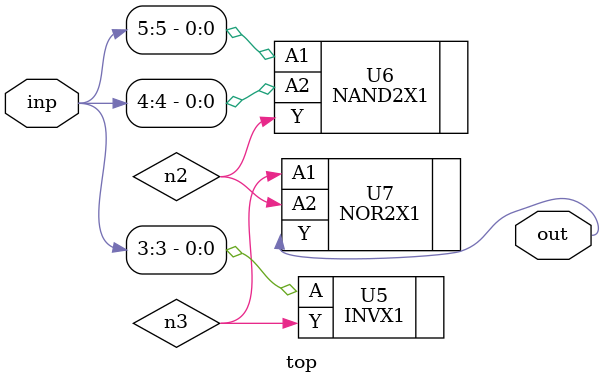
<source format=sv>


module top ( inp, out );
  input [5:0] inp;
  output out;
  wire   n2, n3;

  INVX1 U5 ( .A(inp[3]), .Y(n3) );
  NAND2X1 U6 ( .A1(inp[5]), .A2(inp[4]), .Y(n2) );
  NOR2X1 U7 ( .A1(n3), .A2(n2), .Y(out) );
endmodule


</source>
